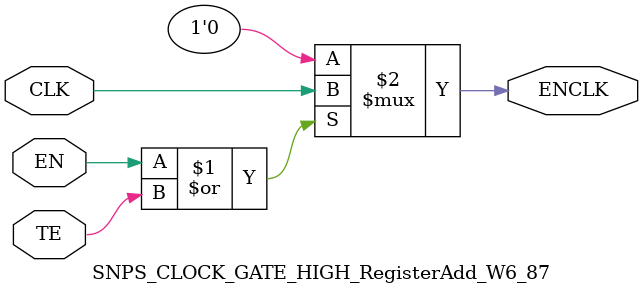
<source format=v>
module SNPS_CLOCK_GATE_HIGH_RegisterAdd_W6_87 ( CLK, EN, TE, ENCLK );
  input CLK, EN, TE;
  output ENCLK;

  assign ENCLK = (EN | TE) ? CLK : 1'b0;

endmodule
</source>
